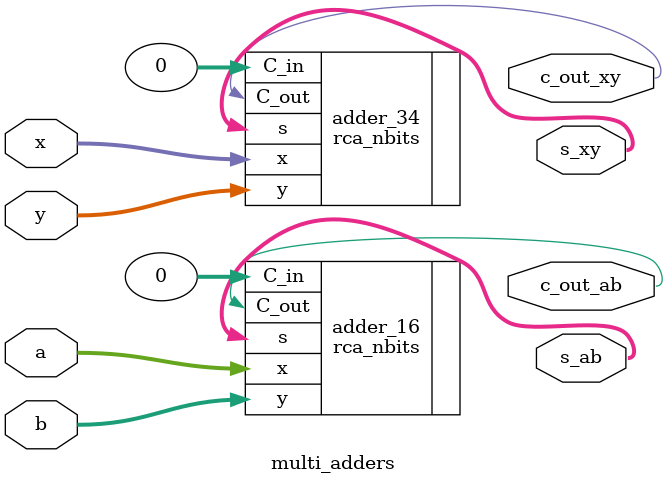
<source format=v>

module multi_adders(
    input [15:0] a,b,
    output [15:0] s_ab,
    output  c_out_ab,
    
    input [33:0] x,y, 
    output [33:0] s_xy,
    output  c_out_xy
    );
    
    rca_nbits #(.n(16)) adder_16(
       .x(a),
       .y(b),
       .C_in(0),
       .s(s_ab),
       .C_out(c_out_ab)

    );
    
        rca_nbits #(.n(34)) adder_34(
       .x(x),
       .y(y),
       .C_in(0),
       .s(s_xy),
       .C_out(c_out_xy)

    );
    
endmodule
</source>
